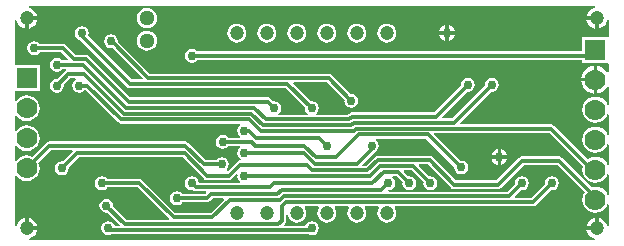
<source format=gbl>
G04 Layer_Physical_Order=2*
G04 Layer_Color=16711680*
%FSAX24Y24*%
%MOIN*%
G70*
G01*
G75*
%ADD18C,0.0118*%
%ADD19C,0.0700*%
%ADD20R,0.0700X0.0700*%
%ADD21C,0.0472*%
%ADD22C,0.0512*%
%ADD23C,0.0300*%
G36*
X058944Y047350D02*
X058907Y047345D01*
X058821Y047310D01*
X058747Y047253D01*
X058690Y047179D01*
X058655Y047092D01*
X058650Y047059D01*
X059000D01*
Y047000D01*
X059059D01*
Y046650D01*
X059092Y046655D01*
X059179Y046690D01*
X059253Y046747D01*
X059310Y046821D01*
X059345Y046908D01*
X059350Y046944D01*
X059400Y046941D01*
Y046420D01*
X059379Y046379D01*
X059350Y046379D01*
X058521D01*
Y045890D01*
X045681D01*
X045665Y045915D01*
X045589Y045965D01*
X045500Y045983D01*
X045411Y045965D01*
X045335Y045915D01*
X045285Y045839D01*
X045267Y045750D01*
X045285Y045661D01*
X045335Y045585D01*
X045411Y045535D01*
X045500Y045517D01*
X045589Y045535D01*
X045665Y045585D01*
X045681Y045609D01*
X058521D01*
Y045521D01*
X059350D01*
X059379Y045521D01*
X059400Y045480D01*
Y045211D01*
X059350Y045198D01*
X059284Y045284D01*
X059186Y045359D01*
X059072Y045406D01*
X059009Y045414D01*
Y044950D01*
Y044486D01*
X059072Y044494D01*
X059186Y044541D01*
X059284Y044616D01*
X059350Y044702D01*
X059400Y044689D01*
Y044115D01*
X059350Y044105D01*
X059324Y044166D01*
X059256Y044256D01*
X059166Y044324D01*
X059062Y044368D01*
X058950Y044382D01*
X058838Y044368D01*
X058734Y044324D01*
X058644Y044256D01*
X058575Y044166D01*
X058532Y044062D01*
X058518Y043950D01*
X058532Y043838D01*
X058575Y043734D01*
X058644Y043644D01*
X058734Y043575D01*
X058838Y043532D01*
X058950Y043518D01*
X059062Y043532D01*
X059166Y043575D01*
X059256Y043644D01*
X059324Y043734D01*
X059350Y043795D01*
X059400Y043785D01*
Y043115D01*
X059350Y043105D01*
X059324Y043166D01*
X059256Y043256D01*
X059166Y043324D01*
X059062Y043368D01*
X058950Y043382D01*
X058838Y043368D01*
X058734Y043324D01*
X058644Y043256D01*
X058576Y043166D01*
X058532Y043062D01*
X058518Y042950D01*
X058532Y042838D01*
X058576Y042734D01*
X058644Y042644D01*
X058734Y042575D01*
X058838Y042532D01*
X058950Y042518D01*
X059062Y042532D01*
X059166Y042575D01*
X059256Y042644D01*
X059324Y042734D01*
X059350Y042795D01*
X059400Y042785D01*
Y042115D01*
X059350Y042105D01*
X059325Y042166D01*
X059256Y042256D01*
X059166Y042325D01*
X059062Y042368D01*
X058950Y042382D01*
X058838Y042368D01*
X058734Y042325D01*
X058701Y042299D01*
X057580Y043420D01*
X057534Y043451D01*
X057480Y043461D01*
X054445D01*
X054426Y043508D01*
X055471Y044553D01*
X055500Y044547D01*
X055589Y044565D01*
X055665Y044616D01*
X055715Y044691D01*
X055733Y044781D01*
X055715Y044870D01*
X055665Y044946D01*
X055589Y044996D01*
X055500Y045014D01*
X055411Y044996D01*
X055335Y044946D01*
X055285Y044870D01*
X055267Y044781D01*
X055273Y044752D01*
X054179Y043658D01*
X053842D01*
X053823Y043704D01*
X054671Y044553D01*
X054700Y044547D01*
X054789Y044565D01*
X054865Y044616D01*
X054915Y044691D01*
X054933Y044781D01*
X054915Y044870D01*
X054865Y044946D01*
X054789Y044996D01*
X054700Y045014D01*
X054611Y044996D01*
X054535Y044946D01*
X054485Y044870D01*
X054467Y044781D01*
X054473Y044752D01*
X053576Y043855D01*
X050825D01*
X050771Y043844D01*
X050725Y043814D01*
X050678Y043766D01*
X049652D01*
X049637Y043816D01*
X049665Y043835D01*
X049715Y043911D01*
X049733Y044000D01*
X049715Y044089D01*
X049665Y044165D01*
X049589Y044215D01*
X049500Y044233D01*
X049471Y044227D01*
X048874Y044825D01*
X048893Y044871D01*
X049998D01*
X050590Y044279D01*
X050584Y044250D01*
X050602Y044161D01*
X050653Y044085D01*
X050728Y044035D01*
X050818Y044017D01*
X050907Y044035D01*
X050983Y044085D01*
X051033Y044161D01*
X051051Y044250D01*
X051033Y044339D01*
X050983Y044415D01*
X050907Y044465D01*
X050818Y044483D01*
X050789Y044477D01*
X050155Y045111D01*
X050110Y045142D01*
X050056Y045152D01*
X044105D01*
X043037Y046220D01*
X043038Y046225D01*
X043020Y046314D01*
X042970Y046390D01*
X042894Y046440D01*
X042805Y046458D01*
X042716Y046440D01*
X042640Y046390D01*
X042589Y046314D01*
X042572Y046225D01*
X042589Y046136D01*
X042640Y046060D01*
X042716Y046009D01*
X042805Y045992D01*
X042858Y046002D01*
X043859Y045002D01*
X043840Y044955D01*
X043493D01*
X042045Y046403D01*
X042050Y046411D01*
X042068Y046500D01*
X042050Y046589D01*
X042000Y046665D01*
X041924Y046715D01*
X041835Y046733D01*
X041745Y046715D01*
X041670Y046665D01*
X041619Y046589D01*
X041601Y046500D01*
X041619Y046411D01*
X041670Y046335D01*
X041745Y046285D01*
X041772Y046279D01*
X043336Y044716D01*
X043381Y044685D01*
X043435Y044674D01*
X048627D01*
X049273Y044029D01*
X049267Y044000D01*
X049285Y043911D01*
X049335Y043835D01*
X049363Y043816D01*
X049348Y043766D01*
X048402D01*
X048387Y043816D01*
X048415Y043835D01*
X048465Y043911D01*
X048483Y044000D01*
X048465Y044089D01*
X048415Y044165D01*
X048339Y044215D01*
X048250Y044233D01*
X048221Y044227D01*
X048135Y044314D01*
X048089Y044344D01*
X048035Y044355D01*
X043449D01*
X042059Y045745D01*
X042013Y045775D01*
X041960Y045786D01*
X041614D01*
X041301Y046099D01*
X041255Y046130D01*
X041202Y046140D01*
X040431D01*
X040415Y046165D01*
X040339Y046215D01*
X040250Y046233D01*
X040161Y046215D01*
X040085Y046165D01*
X040035Y046089D01*
X040017Y046000D01*
X040035Y045911D01*
X040085Y045835D01*
X040161Y045785D01*
X040250Y045767D01*
X040339Y045785D01*
X040415Y045835D01*
X040431Y045859D01*
X041143D01*
X041367Y045635D01*
X041348Y045589D01*
X041181D01*
X041165Y045614D01*
X041089Y045664D01*
X041000Y045682D01*
X040911Y045664D01*
X040835Y045614D01*
X040785Y045538D01*
X040767Y045449D01*
X040785Y045359D01*
X040835Y045284D01*
X040911Y045233D01*
X041000Y045216D01*
X041089Y045233D01*
X041165Y045284D01*
X041181Y045308D01*
X041305D01*
X041320Y045258D01*
X041288Y045237D01*
X041029Y044977D01*
X041000Y044983D01*
X040911Y044965D01*
X040835Y044915D01*
X040785Y044839D01*
X040767Y044750D01*
X040785Y044661D01*
X040835Y044585D01*
X040911Y044535D01*
X041000Y044517D01*
X041089Y044535D01*
X041165Y044585D01*
X041215Y044661D01*
X041233Y044750D01*
X041227Y044779D01*
X041446Y044997D01*
X041618D01*
X041634Y044947D01*
X041585Y044915D01*
X041535Y044839D01*
X041517Y044750D01*
X041535Y044661D01*
X041585Y044585D01*
X041661Y044535D01*
X041750Y044517D01*
X041839Y044535D01*
X041915Y044585D01*
X041919Y044592D01*
X041976Y044596D01*
X043047Y043525D01*
X043092Y043494D01*
X043146Y043484D01*
X047098D01*
X047113Y043434D01*
X047085Y043415D01*
X047035Y043339D01*
X047017Y043250D01*
X047035Y043161D01*
X047085Y043085D01*
X047116Y043065D01*
X047101Y043015D01*
X046706D01*
X046690Y043039D01*
X046614Y043089D01*
X046525Y043107D01*
X046436Y043089D01*
X046360Y043039D01*
X046310Y042963D01*
X046292Y042874D01*
X046310Y042785D01*
X046360Y042709D01*
X046436Y042659D01*
X046525Y042641D01*
X046614Y042659D01*
X046690Y042709D01*
X046706Y042734D01*
X047098D01*
X047114Y042684D01*
X047084Y042664D01*
X047033Y042588D01*
X047016Y042499D01*
X047033Y042410D01*
X047084Y042334D01*
X047128Y042305D01*
X047112Y042255D01*
X047095D01*
X047041Y042244D01*
X046996Y042214D01*
X046697Y041915D01*
X046690Y041917D01*
X046683Y041929D01*
X046673Y041973D01*
X046715Y042036D01*
X046733Y042125D01*
X046715Y042214D01*
X046665Y042290D01*
X046589Y042340D01*
X046500Y042358D01*
X046411Y042340D01*
X046335Y042290D01*
X046319Y042265D01*
X045967D01*
X045383Y042849D01*
X045337Y042880D01*
X045283Y042891D01*
X040750D01*
X040696Y042880D01*
X040651Y042849D01*
X040188Y042386D01*
X040112Y042418D01*
X040000Y042432D01*
X039888Y042418D01*
X039784Y042375D01*
X039694Y042306D01*
X039650Y042248D01*
X039600Y042265D01*
Y042735D01*
X039650Y042752D01*
X039694Y042694D01*
X039784Y042625D01*
X039888Y042582D01*
X040000Y042568D01*
X040112Y042582D01*
X040216Y042625D01*
X040306Y042694D01*
X040375Y042784D01*
X040418Y042888D01*
X040432Y043000D01*
X040418Y043112D01*
X040375Y043216D01*
X040306Y043306D01*
X040216Y043375D01*
X040112Y043418D01*
X040000Y043432D01*
X039888Y043418D01*
X039784Y043375D01*
X039694Y043306D01*
X039650Y043248D01*
X039600Y043265D01*
Y043735D01*
X039650Y043752D01*
X039694Y043694D01*
X039784Y043625D01*
X039888Y043582D01*
X040000Y043568D01*
X040112Y043582D01*
X040216Y043625D01*
X040306Y043694D01*
X040374Y043784D01*
X040418Y043888D01*
X040432Y044000D01*
X040418Y044112D01*
X040374Y044216D01*
X040306Y044306D01*
X040216Y044374D01*
X040112Y044418D01*
X040000Y044432D01*
X039888Y044418D01*
X039784Y044374D01*
X039694Y044306D01*
X039650Y044248D01*
X039600Y044265D01*
Y044571D01*
X040429D01*
Y045429D01*
X039600D01*
Y046941D01*
X039650Y046944D01*
X039655Y046908D01*
X039690Y046821D01*
X039747Y046747D01*
X039821Y046690D01*
X039908Y046655D01*
X039941Y046650D01*
Y047000D01*
X040000D01*
Y047059D01*
X040350D01*
X040345Y047092D01*
X040310Y047179D01*
X040253Y047253D01*
X040179Y047310D01*
X040093Y047345D01*
X040056Y047350D01*
X040059Y047400D01*
X058941D01*
X058944Y047350D01*
D02*
G37*
G36*
X058535Y042068D02*
X058532Y042062D01*
X058518Y041950D01*
X058532Y041838D01*
X058576Y041734D01*
X058644Y041644D01*
X058734Y041575D01*
X058838Y041532D01*
X058950Y041518D01*
X059062Y041532D01*
X059166Y041575D01*
X059256Y041644D01*
X059325Y041734D01*
X059350Y041795D01*
X059400Y041785D01*
Y041115D01*
X059350Y041105D01*
X059325Y041166D01*
X059256Y041256D01*
X059166Y041325D01*
X059062Y041368D01*
X058950Y041382D01*
X058838Y041368D01*
X058833Y041366D01*
X057849Y042349D01*
X057804Y042380D01*
X057750Y042390D01*
X056500D01*
X056446Y042380D01*
X056401Y042349D01*
X055642Y041590D01*
X054298D01*
X053522Y042367D01*
X053476Y042398D01*
X053422Y042408D01*
X051689D01*
X051636Y042398D01*
X051590Y042367D01*
X051291Y042068D01*
X051199D01*
X051180Y042115D01*
X051599Y042534D01*
X051608Y042547D01*
X051665Y042585D01*
X051715Y042661D01*
X051733Y042750D01*
X051715Y042839D01*
X051665Y042915D01*
X051637Y042934D01*
X051652Y042984D01*
X053318D01*
X054247Y042054D01*
X054241Y042025D01*
X054259Y041936D01*
X054310Y041860D01*
X054385Y041810D01*
X054475Y041792D01*
X054564Y041810D01*
X054640Y041860D01*
X054690Y041936D01*
X054708Y042025D01*
X054690Y042115D01*
X054640Y042190D01*
X054564Y042241D01*
X054475Y042259D01*
X054446Y042253D01*
X053565Y043134D01*
X053584Y043180D01*
X057422D01*
X058535Y042068D01*
D02*
G37*
G36*
X041526Y042559D02*
X041194Y042227D01*
X041165Y042233D01*
X041076Y042215D01*
X041000Y042165D01*
X040950Y042089D01*
X040932Y042000D01*
X040950Y041911D01*
X041000Y041835D01*
X041076Y041785D01*
X041165Y041767D01*
X041255Y041785D01*
X041330Y041835D01*
X041381Y041911D01*
X041399Y042000D01*
X041393Y042029D01*
X041724Y042359D01*
X045197D01*
X045905Y041651D01*
X045950Y041621D01*
X046004Y041610D01*
X046732D01*
X046785Y041621D01*
X046831Y041651D01*
X046977Y041798D01*
X047023Y041773D01*
X047017Y041740D01*
X047035Y041651D01*
X047085Y041575D01*
X047113Y041557D01*
X047098Y041507D01*
X045732D01*
X045715Y041589D01*
X045665Y041665D01*
X045589Y041715D01*
X045500Y041733D01*
X045411Y041715D01*
X045335Y041665D01*
X045285Y041589D01*
X045267Y041500D01*
X045285Y041411D01*
X045335Y041335D01*
X045411Y041285D01*
X045500Y041267D01*
X045529Y041273D01*
X045535Y041267D01*
X045580Y041236D01*
X045634Y041226D01*
X045962D01*
X045981Y041179D01*
X045942Y041140D01*
X045181D01*
X045165Y041165D01*
X045089Y041215D01*
X045000Y041233D01*
X044911Y041215D01*
X044835Y041165D01*
X044785Y041089D01*
X044767Y041000D01*
X044785Y040911D01*
X044835Y040835D01*
X044911Y040785D01*
X045000Y040767D01*
X045089Y040785D01*
X045165Y040835D01*
X045181Y040859D01*
X046000D01*
X046054Y040870D01*
X046099Y040901D01*
X046190Y040991D01*
X046554D01*
X046573Y040945D01*
X046128Y040500D01*
X044949D01*
X043849Y041599D01*
X043804Y041630D01*
X043750Y041641D01*
X042681D01*
X042665Y041665D01*
X042589Y041715D01*
X042500Y041733D01*
X042411Y041715D01*
X042335Y041665D01*
X042285Y041589D01*
X042267Y041500D01*
X042285Y041411D01*
X042335Y041335D01*
X042411Y041285D01*
X042500Y041267D01*
X042589Y041285D01*
X042665Y041335D01*
X042681Y041360D01*
X043692D01*
X044739Y040313D01*
X044720Y040266D01*
X043337D01*
X042882Y040721D01*
X042888Y040750D01*
X042870Y040839D01*
X042819Y040915D01*
X042744Y040965D01*
X042654Y040983D01*
X042565Y040965D01*
X042490Y040915D01*
X042439Y040839D01*
X042421Y040750D01*
X042439Y040661D01*
X042490Y040585D01*
X042565Y040535D01*
X042654Y040517D01*
X042683Y040523D01*
X043090Y040116D01*
X043071Y040070D01*
X042939D01*
X042935Y040089D01*
X042884Y040165D01*
X042809Y040215D01*
X042719Y040233D01*
X042630Y040215D01*
X042554Y040165D01*
X042504Y040089D01*
X042486Y040000D01*
X042504Y039911D01*
X042554Y039835D01*
X042630Y039785D01*
X042719Y039767D01*
X042809Y039785D01*
X042815Y039789D01*
X049405D01*
X049411Y039785D01*
X049500Y039767D01*
X049589Y039785D01*
X049665Y039835D01*
X049715Y039911D01*
X049733Y040000D01*
X049715Y040089D01*
X049665Y040165D01*
X049589Y040215D01*
X049500Y040233D01*
X049411Y040215D01*
X049335Y040165D01*
X049285Y040089D01*
X049281Y040070D01*
X048584D01*
X048565Y040116D01*
X048599Y040151D01*
X048630Y040196D01*
X048640Y040250D01*
Y040435D01*
X048691Y040438D01*
X048693Y040418D01*
X048725Y040341D01*
X048775Y040275D01*
X048841Y040225D01*
X048918Y040193D01*
X049000Y040182D01*
X049082Y040193D01*
X049159Y040225D01*
X049225Y040275D01*
X049275Y040341D01*
X049307Y040418D01*
X049318Y040500D01*
X049307Y040582D01*
X049275Y040659D01*
X049256Y040684D01*
X049281Y040734D01*
X049719D01*
X049744Y040684D01*
X049725Y040659D01*
X049693Y040582D01*
X049682Y040500D01*
X049693Y040418D01*
X049725Y040341D01*
X049775Y040275D01*
X049841Y040225D01*
X049918Y040193D01*
X050000Y040182D01*
X050082Y040193D01*
X050159Y040225D01*
X050225Y040275D01*
X050275Y040341D01*
X050307Y040418D01*
X050318Y040500D01*
X050307Y040582D01*
X050275Y040659D01*
X050256Y040684D01*
X050281Y040734D01*
X050719D01*
X050744Y040684D01*
X050725Y040659D01*
X050693Y040582D01*
X050682Y040500D01*
X050693Y040418D01*
X050725Y040341D01*
X050775Y040275D01*
X050841Y040225D01*
X050918Y040193D01*
X051000Y040182D01*
X051082Y040193D01*
X051159Y040225D01*
X051225Y040275D01*
X051275Y040341D01*
X051307Y040418D01*
X051318Y040500D01*
X051307Y040582D01*
X051275Y040659D01*
X051256Y040684D01*
X051281Y040734D01*
X051719D01*
X051744Y040684D01*
X051725Y040659D01*
X051693Y040582D01*
X051682Y040500D01*
X051693Y040418D01*
X051725Y040341D01*
X051775Y040275D01*
X051841Y040225D01*
X051918Y040193D01*
X052000Y040182D01*
X052082Y040193D01*
X052159Y040225D01*
X052225Y040275D01*
X052275Y040341D01*
X052307Y040418D01*
X052318Y040500D01*
X052307Y040582D01*
X052275Y040659D01*
X052256Y040684D01*
X052281Y040734D01*
X056874D01*
X056928Y040744D01*
X056973Y040775D01*
X057471Y041273D01*
X057500Y041267D01*
X057589Y041285D01*
X057665Y041335D01*
X057715Y041411D01*
X057733Y041500D01*
X057715Y041589D01*
X057665Y041665D01*
X057589Y041715D01*
X057500Y041733D01*
X057411Y041715D01*
X057335Y041665D01*
X057285Y041589D01*
X057267Y041500D01*
X057273Y041471D01*
X056816Y041015D01*
X056279D01*
X056259Y041061D01*
X056471Y041273D01*
X056500Y041267D01*
X056589Y041285D01*
X056665Y041335D01*
X056715Y041411D01*
X056733Y041500D01*
X056715Y041589D01*
X056665Y041665D01*
X056589Y041715D01*
X056500Y041733D01*
X056411Y041715D01*
X056335Y041665D01*
X056285Y041589D01*
X056267Y041500D01*
X056273Y041471D01*
X056013Y041211D01*
X052074D01*
X052048Y041255D01*
X052048Y041261D01*
X052056Y041268D01*
X052139Y041285D01*
X052215Y041335D01*
X052265Y041411D01*
X052283Y041500D01*
X052265Y041589D01*
X052215Y041665D01*
X052187Y041684D01*
X052202Y041734D01*
X052318D01*
X052523Y041529D01*
X052517Y041500D01*
X052535Y041411D01*
X052585Y041335D01*
X052661Y041285D01*
X052750Y041267D01*
X052839Y041285D01*
X052915Y041335D01*
X052965Y041411D01*
X052983Y041500D01*
X052965Y041589D01*
X052915Y041665D01*
X052839Y041715D01*
X052750Y041733D01*
X052721Y041727D01*
X052565Y041884D01*
X052584Y041930D01*
X052821D01*
X053223Y041529D01*
X053217Y041500D01*
X053235Y041411D01*
X053285Y041335D01*
X053361Y041285D01*
X053450Y041267D01*
X053539Y041285D01*
X053615Y041335D01*
X053665Y041411D01*
X053683Y041500D01*
X053665Y041589D01*
X053615Y041665D01*
X053539Y041715D01*
X053450Y041733D01*
X053421Y041727D01*
X053068Y042081D01*
X053087Y042127D01*
X053364D01*
X054141Y041351D01*
X054186Y041320D01*
X054240Y041309D01*
X055700D01*
X055754Y041320D01*
X055799Y041351D01*
X056558Y042109D01*
X057692D01*
X058601Y041200D01*
X058576Y041166D01*
X058532Y041062D01*
X058518Y040950D01*
X058532Y040838D01*
X058576Y040734D01*
X058644Y040644D01*
X058734Y040575D01*
X058838Y040532D01*
X058950Y040518D01*
X059062Y040532D01*
X059166Y040575D01*
X059256Y040644D01*
X059325Y040734D01*
X059350Y040795D01*
X059400Y040785D01*
Y040059D01*
X059350Y040056D01*
X059345Y040093D01*
X059310Y040179D01*
X059253Y040253D01*
X059179Y040310D01*
X059092Y040345D01*
X059059Y040350D01*
Y040000D01*
X059000D01*
Y039941D01*
X058650D01*
X058655Y039908D01*
X058690Y039821D01*
X058747Y039747D01*
X058821Y039690D01*
X058907Y039655D01*
X058944Y039650D01*
X058941Y039600D01*
X040059D01*
X040056Y039650D01*
X040093Y039655D01*
X040179Y039690D01*
X040253Y039747D01*
X040310Y039821D01*
X040345Y039908D01*
X040350Y039941D01*
X040000D01*
Y040000D01*
X039941D01*
Y040350D01*
X039908Y040345D01*
X039821Y040310D01*
X039747Y040253D01*
X039690Y040179D01*
X039655Y040093D01*
X039650Y040056D01*
X039600Y040059D01*
Y041735D01*
X039650Y041752D01*
X039694Y041694D01*
X039784Y041625D01*
X039888Y041582D01*
X040000Y041568D01*
X040112Y041582D01*
X040216Y041625D01*
X040306Y041694D01*
X040375Y041784D01*
X040418Y041888D01*
X040432Y042000D01*
X040418Y042112D01*
X040386Y042188D01*
X040808Y042610D01*
X041505D01*
X041526Y042559D01*
D02*
G37*
%LPC*%
G36*
X058891Y044891D02*
X058486D01*
X058494Y044828D01*
X058541Y044714D01*
X058616Y044616D01*
X058714Y044541D01*
X058828Y044494D01*
X058891Y044486D01*
Y044891D01*
D02*
G37*
G36*
Y045414D02*
X058828Y045406D01*
X058714Y045359D01*
X058616Y045284D01*
X058541Y045186D01*
X058494Y045072D01*
X058486Y045009D01*
X058891D01*
Y045414D01*
D02*
G37*
G36*
X044000Y046588D02*
X043913Y046576D01*
X043831Y046542D01*
X043761Y046489D01*
X043708Y046419D01*
X043674Y046337D01*
X043662Y046250D01*
X043674Y046163D01*
X043708Y046081D01*
X043761Y046011D01*
X043831Y045958D01*
X043913Y045924D01*
X044000Y045912D01*
X044087Y045924D01*
X044169Y045958D01*
X044239Y046011D01*
X044292Y046081D01*
X044326Y046163D01*
X044338Y046250D01*
X044326Y046337D01*
X044292Y046419D01*
X044239Y046489D01*
X044169Y046542D01*
X044087Y046576D01*
X044000Y046588D01*
D02*
G37*
G36*
X047000Y046818D02*
X046918Y046807D01*
X046841Y046775D01*
X046775Y046725D01*
X046725Y046659D01*
X046693Y046582D01*
X046682Y046500D01*
X046693Y046418D01*
X046725Y046341D01*
X046775Y046275D01*
X046841Y046225D01*
X046918Y046193D01*
X047000Y046182D01*
X047082Y046193D01*
X047159Y046225D01*
X047225Y046275D01*
X047275Y046341D01*
X047307Y046418D01*
X047318Y046500D01*
X047307Y046582D01*
X047275Y046659D01*
X047225Y046725D01*
X047159Y046775D01*
X047082Y046807D01*
X047000Y046818D01*
D02*
G37*
G36*
X054059Y046763D02*
Y046559D01*
X054263D01*
X054261Y046570D01*
X054234Y046635D01*
X054191Y046691D01*
X054135Y046734D01*
X054070Y046761D01*
X054059Y046763D01*
D02*
G37*
G36*
X053941D02*
X053930Y046761D01*
X053865Y046734D01*
X053809Y046691D01*
X053766Y046635D01*
X053739Y046570D01*
X053737Y046559D01*
X053941D01*
Y046763D01*
D02*
G37*
G36*
X054263Y046441D02*
X054059D01*
Y046237D01*
X054070Y046239D01*
X054135Y046266D01*
X054191Y046309D01*
X054234Y046365D01*
X054261Y046430D01*
X054263Y046441D01*
D02*
G37*
G36*
X044000Y047338D02*
X043913Y047326D01*
X043831Y047292D01*
X043761Y047239D01*
X043708Y047169D01*
X043674Y047087D01*
X043662Y047000D01*
X043674Y046913D01*
X043708Y046831D01*
X043761Y046761D01*
X043831Y046708D01*
X043913Y046674D01*
X044000Y046662D01*
X044087Y046674D01*
X044169Y046708D01*
X044239Y046761D01*
X044292Y046831D01*
X044326Y046913D01*
X044338Y047000D01*
X044326Y047087D01*
X044292Y047169D01*
X044239Y047239D01*
X044169Y047292D01*
X044087Y047326D01*
X044000Y047338D01*
D02*
G37*
G36*
X058941Y046941D02*
X058650D01*
X058655Y046908D01*
X058690Y046821D01*
X058747Y046747D01*
X058821Y046690D01*
X058907Y046655D01*
X058941Y046650D01*
Y046941D01*
D02*
G37*
G36*
X040350D02*
X040059D01*
Y046650D01*
X040093Y046655D01*
X040179Y046690D01*
X040253Y046747D01*
X040310Y046821D01*
X040345Y046908D01*
X040350Y046941D01*
D02*
G37*
G36*
X050000Y046818D02*
X049918Y046807D01*
X049841Y046775D01*
X049775Y046725D01*
X049725Y046659D01*
X049693Y046582D01*
X049682Y046500D01*
X049693Y046418D01*
X049725Y046341D01*
X049775Y046275D01*
X049841Y046225D01*
X049918Y046193D01*
X050000Y046182D01*
X050082Y046193D01*
X050159Y046225D01*
X050225Y046275D01*
X050275Y046341D01*
X050307Y046418D01*
X050318Y046500D01*
X050307Y046582D01*
X050275Y046659D01*
X050225Y046725D01*
X050159Y046775D01*
X050082Y046807D01*
X050000Y046818D01*
D02*
G37*
G36*
X049000D02*
X048918Y046807D01*
X048841Y046775D01*
X048775Y046725D01*
X048725Y046659D01*
X048693Y046582D01*
X048682Y046500D01*
X048693Y046418D01*
X048725Y046341D01*
X048775Y046275D01*
X048841Y046225D01*
X048918Y046193D01*
X049000Y046182D01*
X049082Y046193D01*
X049159Y046225D01*
X049225Y046275D01*
X049275Y046341D01*
X049307Y046418D01*
X049318Y046500D01*
X049307Y046582D01*
X049275Y046659D01*
X049225Y046725D01*
X049159Y046775D01*
X049082Y046807D01*
X049000Y046818D01*
D02*
G37*
G36*
X048000D02*
X047918Y046807D01*
X047841Y046775D01*
X047775Y046725D01*
X047725Y046659D01*
X047693Y046582D01*
X047682Y046500D01*
X047693Y046418D01*
X047725Y046341D01*
X047775Y046275D01*
X047841Y046225D01*
X047918Y046193D01*
X048000Y046182D01*
X048082Y046193D01*
X048159Y046225D01*
X048225Y046275D01*
X048275Y046341D01*
X048307Y046418D01*
X048318Y046500D01*
X048307Y046582D01*
X048275Y046659D01*
X048225Y046725D01*
X048159Y046775D01*
X048082Y046807D01*
X048000Y046818D01*
D02*
G37*
G36*
X053941Y046441D02*
X053737D01*
X053739Y046430D01*
X053766Y046365D01*
X053809Y046309D01*
X053865Y046266D01*
X053930Y046239D01*
X053941Y046237D01*
Y046441D01*
D02*
G37*
G36*
X052000Y046818D02*
X051918Y046807D01*
X051841Y046775D01*
X051775Y046725D01*
X051725Y046659D01*
X051693Y046582D01*
X051682Y046500D01*
X051693Y046418D01*
X051725Y046341D01*
X051775Y046275D01*
X051841Y046225D01*
X051918Y046193D01*
X052000Y046182D01*
X052082Y046193D01*
X052159Y046225D01*
X052225Y046275D01*
X052275Y046341D01*
X052307Y046418D01*
X052318Y046500D01*
X052307Y046582D01*
X052275Y046659D01*
X052225Y046725D01*
X052159Y046775D01*
X052082Y046807D01*
X052000Y046818D01*
D02*
G37*
G36*
X051000D02*
X050918Y046807D01*
X050841Y046775D01*
X050775Y046725D01*
X050725Y046659D01*
X050693Y046582D01*
X050682Y046500D01*
X050693Y046418D01*
X050725Y046341D01*
X050775Y046275D01*
X050841Y046225D01*
X050918Y046193D01*
X051000Y046182D01*
X051082Y046193D01*
X051159Y046225D01*
X051225Y046275D01*
X051275Y046341D01*
X051307Y046418D01*
X051318Y046500D01*
X051307Y046582D01*
X051275Y046659D01*
X051225Y046725D01*
X051159Y046775D01*
X051082Y046807D01*
X051000Y046818D01*
D02*
G37*
G36*
X055809Y042633D02*
Y042429D01*
X056013D01*
X056011Y042440D01*
X055984Y042505D01*
X055941Y042561D01*
X055885Y042604D01*
X055820Y042631D01*
X055809Y042633D01*
D02*
G37*
G36*
X055691Y042311D02*
X055487D01*
X055489Y042300D01*
X055516Y042235D01*
X055559Y042179D01*
X055615Y042136D01*
X055680Y042109D01*
X055691Y042107D01*
Y042311D01*
D02*
G37*
G36*
Y042633D02*
X055680Y042631D01*
X055615Y042604D01*
X055559Y042561D01*
X055516Y042505D01*
X055489Y042440D01*
X055487Y042429D01*
X055691D01*
Y042633D01*
D02*
G37*
G36*
X056013Y042311D02*
X055809D01*
Y042107D01*
X055820Y042109D01*
X055885Y042136D01*
X055941Y042179D01*
X055984Y042235D01*
X056011Y042300D01*
X056013Y042311D01*
D02*
G37*
G36*
X058941Y040350D02*
X058907Y040345D01*
X058821Y040310D01*
X058747Y040253D01*
X058690Y040179D01*
X058655Y040093D01*
X058650Y040059D01*
X058941D01*
Y040350D01*
D02*
G37*
G36*
X040059D02*
Y040059D01*
X040350D01*
X040345Y040093D01*
X040310Y040179D01*
X040253Y040253D01*
X040179Y040310D01*
X040093Y040345D01*
X040059Y040350D01*
D02*
G37*
%LPD*%
D18*
X057480Y043321D02*
X058851Y041950D01*
X053634Y043715D02*
X054700Y044781D01*
X050825Y043715D02*
X053634D01*
X050736Y043626D02*
X050825Y043715D01*
X047960Y043626D02*
X050736D01*
X050906Y043518D02*
X054237D01*
X055500Y044781D01*
X050818Y043429D02*
X050906Y043518D01*
X047878Y043429D02*
X050818D01*
X050988Y043321D02*
X057480D01*
X050899Y043232D02*
X050988Y043321D01*
X047797Y043232D02*
X050899D01*
X046132Y041132D02*
X048354D01*
X046000Y041000D02*
X046132Y041132D01*
X045000Y041000D02*
X046000D01*
X049514Y041928D02*
X051350D01*
X049328Y042114D02*
X049514Y041928D01*
X047095Y042114D02*
X049328D01*
X049596Y042125D02*
X050991D01*
X049222Y042499D02*
X049596Y042125D01*
X047249Y042499D02*
X049222D01*
X049249Y042750D02*
X049629Y042370D01*
X047621Y042750D02*
X049249D01*
X047497Y042874D02*
X047621Y042750D01*
X049629Y042370D02*
X050315D01*
X049750Y043000D02*
X050000Y042750D01*
X047650Y043000D02*
X049750D01*
X047400Y043250D02*
X047650Y043000D01*
X048035Y044215D02*
X048250Y044000D01*
X043391Y044215D02*
X048035D01*
X046732Y041751D02*
X047095Y042114D01*
X046004Y041751D02*
X046732D01*
X047250Y043250D02*
X047400D01*
X047405Y043624D02*
X047797Y043232D01*
X047486Y043821D02*
X047878Y043429D01*
X047568Y044018D02*
X047960Y043626D01*
X043146Y043624D02*
X047405D01*
X043228Y043821D02*
X047486D01*
X043309Y044018D02*
X047568D01*
X046525Y042874D02*
X047497D01*
X045909Y042125D02*
X046500D01*
X045634Y041366D02*
X048116D01*
X046762Y040935D02*
X048435D01*
X046186Y040360D02*
X046762Y040935D01*
X043278Y040126D02*
X048376D01*
X042790Y039929D02*
X049429D01*
X045255Y042500D02*
X046004Y041751D01*
X045500Y041500D02*
X045634Y041366D01*
X041960Y045646D02*
X043391Y044215D01*
X041878Y045449D02*
X043309Y044018D01*
X041911Y045138D02*
X043228Y043821D01*
X042020Y044750D02*
X043146Y043624D01*
X045283Y042750D02*
X045909Y042125D01*
X051500Y042634D02*
Y042750D01*
X050991Y042125D02*
X051500Y042634D01*
X051350Y041928D02*
X051689Y042268D01*
X051431Y041731D02*
X051771Y042071D01*
X047259Y041731D02*
X051431D01*
X047250Y041740D02*
X047259Y041731D01*
X051689Y042268D02*
X053422D01*
X050056Y045012D02*
X050818Y044250D01*
X044047Y045012D02*
X050056D01*
X040750Y042750D02*
X045283D01*
X048116Y041366D02*
X048250Y041500D01*
X051521D01*
X048489Y041268D02*
X051818D01*
X048354Y041132D02*
X048489Y041268D01*
X048652Y040874D02*
X056874D01*
X048517Y040738D02*
X048652Y040874D01*
X048500Y040738D02*
X048517D01*
X048500Y040250D02*
Y040738D01*
X048571Y041071D02*
X056071D01*
X048435Y040935D02*
X048571Y041071D01*
X044890Y040360D02*
X046186D01*
X043750Y041500D02*
X044890Y040360D01*
X041665Y042500D02*
X045255D01*
X041165Y042000D02*
X041665Y042500D01*
X042500Y041500D02*
X043750D01*
X053376Y043124D02*
X054475Y042025D01*
X051069Y043124D02*
X053376D01*
X055700Y041450D02*
X056500Y042250D01*
X054240Y041450D02*
X055700D01*
X053422Y042268D02*
X054240Y041450D01*
X050315Y042370D02*
X051069Y043124D01*
X051771Y042071D02*
X052879D01*
X051521Y041500D02*
X051895Y041874D01*
X052376D01*
X052879Y042071D02*
X053450Y041500D01*
X052376Y041874D02*
X052750Y041500D01*
X051818Y041268D02*
X052050Y041500D01*
X056874Y040874D02*
X057500Y041500D01*
X056071Y041071D02*
X056500Y041500D01*
X048376Y040126D02*
X048500Y040250D01*
X048685Y044815D02*
X049500Y044000D01*
X043435Y044815D02*
X048685D01*
X057750Y042250D02*
X058950Y041050D01*
X056500Y042250D02*
X057750D01*
X040000Y042000D02*
X040750Y042750D01*
X042719Y040000D02*
X042790Y039929D01*
X042654Y040750D02*
X043278Y040126D01*
X041835Y046415D02*
X043435Y044815D01*
X041835Y046415D02*
Y046500D01*
X042834Y046225D02*
X044047Y045012D01*
X042805Y046225D02*
X042834D01*
X041556Y045646D02*
X041960D01*
X041202Y046000D02*
X041556Y045646D01*
X041000Y045449D02*
X041878D01*
X040250Y046000D02*
X041202D01*
X041388Y045138D02*
X041911D01*
X041000Y044750D02*
X041388Y045138D01*
X045500Y045750D02*
X058750D01*
X058950Y045950D01*
X058851Y041950D02*
X058950D01*
X058950Y040950D02*
Y041050D01*
X041750Y044750D02*
X042020D01*
X049429Y039929D02*
X049500Y040000D01*
D19*
X040000Y043000D02*
D03*
X040000Y044000D02*
D03*
X040000Y042000D02*
D03*
X058950Y040950D02*
D03*
X058950Y041950D02*
D03*
X058950Y042950D02*
D03*
X058950Y044950D02*
D03*
X058950Y043950D02*
D03*
D20*
X040000Y045000D02*
D03*
X058950Y045950D02*
D03*
D21*
X047000Y040500D02*
D03*
X048000D02*
D03*
X049000D02*
D03*
X050000D02*
D03*
X051000Y046500D02*
D03*
X050000D02*
D03*
X049000D02*
D03*
X048000D02*
D03*
X047000D02*
D03*
X052000D02*
D03*
X051000Y040500D02*
D03*
X052000D02*
D03*
X059000Y040000D02*
D03*
X040000Y047000D02*
D03*
Y040000D02*
D03*
X059000Y047000D02*
D03*
D22*
X044000D02*
D03*
Y046250D02*
D03*
D23*
X047249Y042499D02*
D03*
X047250Y043250D02*
D03*
X046525Y042874D02*
D03*
X046500Y042125D02*
D03*
X045500Y041500D02*
D03*
X048250Y044000D02*
D03*
X051500Y042750D02*
D03*
X050000D02*
D03*
X050818Y044250D02*
D03*
X045000Y041000D02*
D03*
X054475Y042025D02*
D03*
X053450Y041500D02*
D03*
X052050D02*
D03*
X052750D02*
D03*
X047250Y041740D02*
D03*
X049500Y044000D02*
D03*
X042719Y040000D02*
D03*
X042500Y041500D02*
D03*
X041165Y042000D02*
D03*
X042654Y040750D02*
D03*
X041835Y046500D02*
D03*
X042805Y046225D02*
D03*
X054000Y046500D02*
D03*
X041000Y045449D02*
D03*
X040250Y046000D02*
D03*
X041000Y044750D02*
D03*
X041750D02*
D03*
X045500Y045750D02*
D03*
X054700Y044781D02*
D03*
X055500D02*
D03*
X057500Y041500D02*
D03*
X056500D02*
D03*
X055750Y042370D02*
D03*
X049500Y040000D02*
D03*
M02*

</source>
